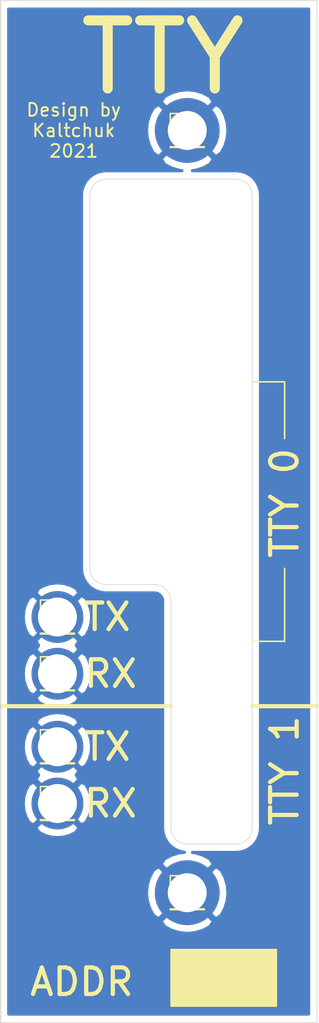
<source format=kicad_pcb>
(kicad_pcb (version 20211014) (generator pcbnew)
  (layers (0 "F.Cu" signal) (31 "B.Cu" signal) (34 "B.Paste" user) (35 "F.Paste" user) (36 "B.SilkS" user "B.Silkscreen") (37 "F.SilkS" user "F.Silkscreen") (38 "B.Mask" user) (39 "F.Mask" user) (44 "Edge.Cuts" user))
  (net 0 "")
  (footprint "Connector_PinHeader_2.54mm:PinHeader_1x01_P2.54mm_Vertical" (layer "F.Cu") (at 138.176 100.584)
    (fp_text reference "J16" hide)
    (fp_text value "led" hide)
    (fp_line (start -1.33 1.27) (end -1.33 1.33) (layer "F.SilkS") (width 0.12))
    (fp_line (start -1.33 1.27) (end 1.33 1.27) (layer "F.SilkS") (width 0.12))
    (fp_line (start 1.33 1.27) (end 1.33 1.33) (layer "F.SilkS") (width 0.12))
    (fp_line (start -1.33 0) (end -1.33 -1.33) (layer "F.SilkS") (width 0.12))
    (fp_line (start -1.33 -1.33) (end 0 -1.33) (layer "F.SilkS") (width 0.12))
    (fp_line (start -1.33 1.33) (end 1.33 1.33) (layer "F.SilkS") (width 0.12))
    (pad "1" thru_hole circle locked (at 0 0) (size 4.064 4.064) (drill 3.048) (layers *.Cu *.Mask))
  )
  (footprint "Connector_PinHeader_2.54mm:PinHeader_1x01_P2.54mm_Vertical" (layer "F.Cu") (at 138.176 110.744)
    (fp_text reference "J18" hide)
    (fp_text value "led" hide)
    (fp_line (start 1.33 1.27) (end 1.33 1.33) (layer "F.SilkS") (width 0.12))
    (fp_line (start -1.33 1.27) (end -1.33 1.33) (layer "F.SilkS") (width 0.12))
    (fp_line (start -1.33 1.33) (end 1.33 1.33) (layer "F.SilkS") (width 0.12))
    (fp_line (start -1.33 0) (end -1.33 -1.33) (layer "F.SilkS") (width 0.12))
    (fp_line (start -1.33 -1.33) (end 0 -1.33) (layer "F.SilkS") (width 0.12))
    (fp_line (start -1.33 1.27) (end 1.33 1.27) (layer "F.SilkS") (width 0.12))
    (pad "1" thru_hole circle locked (at 0 0) (size 4.064 4.064) (drill 3.048) (layers *.Cu *.Mask))
  )
  (footprint "Connector_PinHeader_2.54mm:PinHeader_1x01_P2.54mm_Vertical" (layer "F.Cu") (at 138.176 105.029)
    (fp_text reference "J17" hide)
    (fp_text value "led" hide)
    (fp_line (start 1.33 1.27) (end 1.33 1.33) (layer "F.SilkS") (width 0.12))
    (fp_line (start -1.33 1.27) (end -1.33 1.33) (layer "F.SilkS") (width 0.12))
    (fp_line (start -1.33 -1.33) (end 0 -1.33) (layer "F.SilkS") (width 0.12))
    (fp_line (start -1.33 0) (end -1.33 -1.33) (layer "F.SilkS") (width 0.12))
    (fp_line (start -1.33 1.33) (end 1.33 1.33) (layer "F.SilkS") (width 0.12))
    (fp_line (start -1.33 1.27) (end 1.33 1.27) (layer "F.SilkS") (width 0.12))
    (pad "1" thru_hole circle locked (at 0 0) (size 4.064 4.064) (drill 3.048) (layers *.Cu *.Mask))
  )
  (footprint "Connector_PinHeader_2.54mm:PinHeader_1x01_P2.54mm_Vertical" (layer "F.Cu") (at 138.176 115.189)
    (fp_text reference "J19" hide)
    (fp_text value "led" hide)
    (fp_line (start -1.33 1.27) (end -1.33 1.33) (layer "F.SilkS") (width 0.12))
    (fp_line (start 1.33 1.27) (end 1.33 1.33) (layer "F.SilkS") (width 0.12))
    (fp_line (start -1.33 1.33) (end 1.33 1.33) (layer "F.SilkS") (width 0.12))
    (fp_line (start -1.33 0) (end -1.33 -1.33) (layer "F.SilkS") (width 0.12))
    (fp_line (start -1.33 1.27) (end 1.33 1.27) (layer "F.SilkS") (width 0.12))
    (fp_line (start -1.33 -1.33) (end 0 -1.33) (layer "F.SilkS") (width 0.12))
    (pad "1" thru_hole circle locked (at 0 0) (size 4.064 4.064) (drill 3.048) (layers *.Cu *.Mask))
  )
  (footprint "Connector_PinHeader_2.54mm:PinHeader_1x01_P2.54mm_Vertical" (layer "F.Cu") (at 148.336 122.174)
    (fp_text reference "J8" hide)
    (fp_text value "fixing bolt" hide)
    (fp_line (start -1.33 -1.33) (end 0 -1.33) (layer "F.SilkS") (width 0.12))
    (fp_line (start -1.33 1.33) (end 1.33 1.33) (layer "F.SilkS") (width 0.12))
    (fp_line (start -1.33 0) (end -1.33 -1.33) (layer "F.SilkS") (width 0.12))
    (fp_line (start -1.33 1.27) (end 1.33 1.27) (layer "F.SilkS") (width 0.12))
    (fp_line (start 1.33 1.27) (end 1.33 1.33) (layer "F.SilkS") (width 0.12))
    (fp_line (start -1.33 1.27) (end -1.33 1.33) (layer "F.SilkS") (width 0.12))
    (pad "1" thru_hole circle locked (at 0 0) (size 5.08 5.08) (drill 3.048) (layers *.Cu *.Mask))
  )
  (footprint "Connector_PinHeader_2.54mm:PinHeader_1x01_P2.54mm_Vertical" (layer "F.Cu") (at 148.336 62.484)
    (fp_text reference "J7" hide)
    (fp_text value "fixing bolt" hide)
    (fp_line (start -1.33 1.33) (end 1.33 1.33) (layer "F.SilkS") (width 0.12))
    (fp_line (start -1.33 -1.33) (end 0 -1.33) (layer "F.SilkS") (width 0.12))
    (fp_line (start 1.33 1.27) (end 1.33 1.33) (layer "F.SilkS") (width 0.12))
    (fp_line (start -1.33 0) (end -1.33 -1.33) (layer "F.SilkS") (width 0.12))
    (fp_line (start -1.33 1.27) (end 1.33 1.27) (layer "F.SilkS") (width 0.12))
    (fp_line (start -1.33 1.27) (end -1.33 1.33) (layer "F.SilkS") (width 0.12))
    (pad "1" thru_hole circle locked (at 0 0) (size 5.08 5.08) (drill 3.048) (layers *.Cu *.Mask))
  )
  (gr_line (start 155.956 82.169) (end 155.956 86.614) (layer "F.SilkS") (width 0.12))
  (gr_line (start 153.416 82.169) (end 155.956 82.169) (layer "F.SilkS") (width 0.12))
  (gr_line (start 133.858 107.569) (end 147.066 107.569) (layer "F.SilkS") (width 0.3302))
  (gr_line (start 153.416 102.489) (end 155.956 102.489) (layer "F.SilkS") (width 0.12))
  (gr_line (start 155.956 102.489) (end 155.956 96.774) (layer "F.SilkS") (width 0.12))
  (gr_line (start 153.416 107.569) (end 158.496 107.569) (layer "F.SilkS") (width 0.3302))
  (gr_poly (pts (xy 155.321 131.064) (xy 147.066 131.064) (xy 147.066 126.619) (xy 155.321 126.619)) (layer "F.SilkS") (width 0.1) (fill solid))
  (gr_arc (start 140.716 67.564) (mid 141.087974 66.665974) (end 141.986 66.294) (layer "Edge.Cuts") (width 0.05))
  (gr_line (start 133.731 132.334) (end 158.496 132.334) (layer "Edge.Cuts") (width 0.05))
  (gr_line (start 158.496 132.334) (end 158.496 52.324) (layer "Edge.Cuts") (width 0.05))
  (gr_arc (start 148.336 118.364) (mid 147.437974 117.992026) (end 147.066 117.094) (layer "Edge.Cuts") (width 0.05))
  (gr_line (start 140.716 67.564) (end 140.716 96.774) (layer "Edge.Cuts") (width 0.05))
  (gr_line (start 153.416 117.094) (end 153.416 67.564) (layer "Edge.Cuts") (width 0.05))
  (gr_line (start 152.146 66.294) (end 141.986 66.294) (layer "Edge.Cuts") (width 0.05))
  (gr_line (start 133.731 52.324) (end 158.496 52.324) (layer "Edge.Cuts") (width 0.05))
  (gr_arc (start 153.416 117.094) (mid 153.044026 117.992026) (end 152.146 118.364) (layer "Edge.Cuts") (width 0.05))
  (gr_arc (start 145.796 98.044) (mid 146.694026 98.415974) (end 147.066 99.314) (layer "Edge.Cuts") (width 0.05))
  (gr_arc (start 141.986 98.044) (mid 141.087974 97.672026) (end 140.716 96.774) (layer "Edge.Cuts") (width 0.05))
  (gr_line (start 147.066 99.314) (end 147.066 117.094) (layer "Edge.Cuts") (width 0.05))
  (gr_line (start 148.336 118.364) (end 152.146 118.364) (layer "Edge.Cuts") (width 0.05))
  (gr_line (start 133.731 52.324) (end 133.731 132.334) (layer "Edge.Cuts") (width 0.1))
  (gr_arc (start 152.146 66.294) (mid 153.044026 66.665974) (end 153.416 67.564) (layer "Edge.Cuts") (width 0.05))
  (gr_line (start 141.986 98.044) (end 145.796 98.044) (layer "Edge.Cuts") (width 0.05))
  (gr_text "Design by\nKaltchuk\n2021" (at 139.446 62.484) (layer "F.SilkS") (effects (font (size 1 1))))
  (gr_text "TTY 1" (at 155.956 117.094 90) (layer "F.SilkS") (effects (font (size 2.0828 2.0828) (thickness 0.3302)) (justify left)))
  (gr_text "RX" (at 140.081 115.189) (layer "F.SilkS") (effects (font (size 2.0828 2.0828) (thickness 0.3302)) (justify left)))
  (gr_text "ADDR" (at 140.081 129.159) (layer "F.SilkS") (effects (font (size 2.0828 2.0828) (thickness 0.3302))))
  (gr_text "RX" (at 140.081 105.029) (layer "F.SilkS") (effects (font (size 2.0828 2.0828) (thickness 0.3302)) (justify left)))
  (gr_text "TX" (at 140.081 100.584) (layer "F.SilkS") (effects (font (size 2.0828 2.0828) (thickness 0.3302)) (justify left)))
  (gr_text "TX" (at 140.081 110.744) (layer "F.SilkS") (effects (font (size 2.0828 2.0828) (thickness 0.3302)) (justify left)))
  (gr_text "TTY" (at 146.431 56.769) (layer "F.SilkS") (effects (font (size 5.334 5.334) (thickness 0.7874))))
  (gr_text "TTY 0" (at 155.956 96.139 90) (layer "F.SilkS") (effects (font (size 2.0828 2.0828) (thickness 0.3302)) (justify left)))
  (zone (net 0) (net_name "") (layer "B.Cu") (connect_pads (clearance 0.508)) (min_thickness 0.254) (fill yes (thermal_gap 0.508) (thermal_bridge_width 0.508))
    (polygon (pts (xy 134.239 52.324) (xy 158.496 52.324) (xy 158.496 132.334) (xy 134.239 132.334)))
  )
)
</source>
